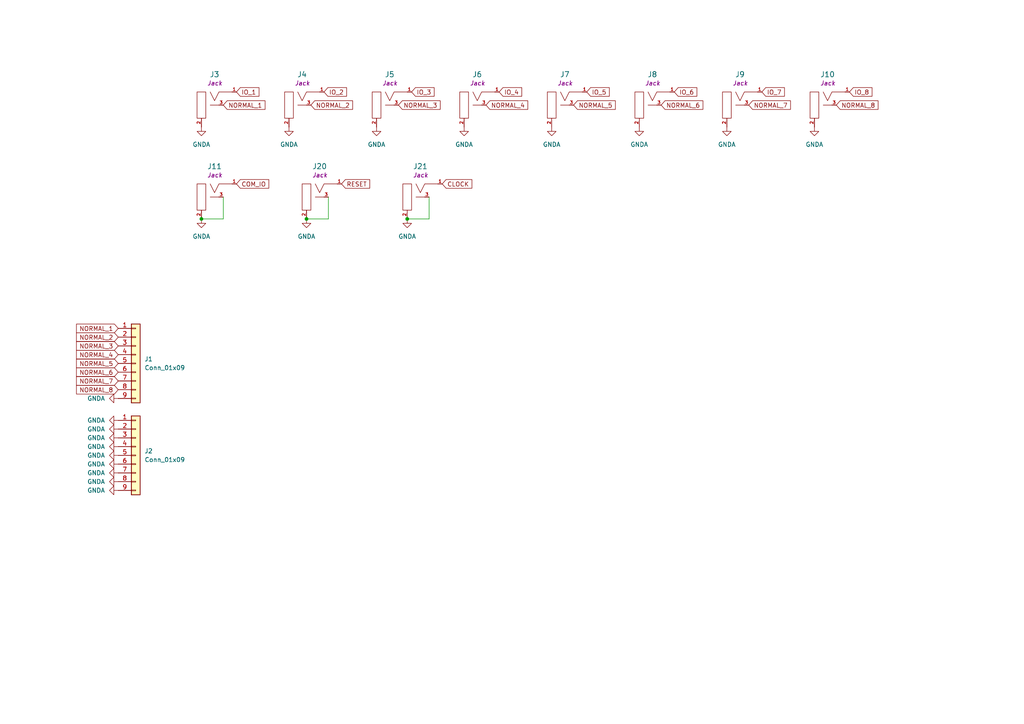
<source format=kicad_sch>
(kicad_sch (version 20231120) (generator "eeschema") (generator_version "8.0")
  (paper "A4")
  (lib_symbols
    (symbol "4ms_Connector:Conn_01x09" (pin_names (offset 1.016) hide)
      (property "Reference" "J" (at 0 12.7 0))
      (property "Value" "Conn_01x09" (at 1.27 -13.97 0))
      (symbol "Conn_01x09_1_1"
        (rectangle (start -1.27 -10.033) (end 0 -10.287) (stroke (width 0.1524)))
        (rectangle (start -1.27 -7.493) (end 0 -7.747) (stroke (width 0.1524)))
        (rectangle (start -1.27 -4.953) (end 0 -5.207) (stroke (width 0.1524)))
        (rectangle (start -1.27 -2.413) (end 0 -2.667) (stroke (width 0.1524)))
        (rectangle (start -1.27 0.127) (end 0 -0.127) (stroke (width 0.1524)))
        (rectangle (start -1.27 2.667) (end 0 2.413) (stroke (width 0.1524)))
        (rectangle (start -1.27 5.207) (end 0 4.953) (stroke (width 0.1524)))
        (rectangle (start -1.27 7.747) (end 0 7.493) (stroke (width 0.1524)))
        (rectangle (start -1.27 10.287) (end 0 10.033) (stroke (width 0.1524)))
        (rectangle (start -1.27 11.43) (end 1.27 -11.43) (stroke (width 0.254)) (fill (type background)))
        (pin passive line (at -5.08 10.16 0) (length 3.81) (name "Pin_1") (number "1"))
        (pin passive line (at -5.08 7.62 0) (length 3.81) (name "Pin_2") (number "2"))
        (pin passive line (at -5.08 5.08 0) (length 3.81) (name "Pin_3") (number "3"))
        (pin passive line (at -5.08 2.54 0) (length 3.81) (name "Pin_4") (number "4"))
        (pin passive line (at -5.08 0 0) (length 3.81) (name "Pin_5") (number "5"))
        (pin passive line (at -5.08 -2.54 0) (length 3.81) (name "Pin_6") (number "6"))
        (pin passive line (at -5.08 -5.08 0) (length 3.81) (name "Pin_7") (number "7"))
        (pin passive line (at -5.08 -7.62 0) (length 3.81) (name "Pin_8") (number "8"))
        (pin passive line (at -5.08 -10.16 0) (length 3.81) (name "Pin_9") (number "9"))
      )
    )
    (symbol "4ms_Jack:3.5mm_Mono_Switched_sm" (pin_names (offset 0) hide)
      (property "Reference" "J" (at -5.334 9.144 0))
      (property "Display" "Jack" (at -4.064 6.858 0))
      (symbol "3.5mm_Mono_Switched_sm_0_0"
        (rectangle (start -6.35 5.08) (end -3.81 -2.54))
        (polyline (pts (xy -2.54 1.27) (xy 0 1.27)))
        (polyline (pts (xy -2.54 5.08) (xy -1.27 2.54) (xy 0 5.08) (xy 3.81 5.08)))
      )
      (symbol "3.5mm_Mono_Switched_sm_1_1"
        (pin passive line (at 5.08 5.08 180) (length 1.27) (name "SIG") (number "1"))
        (pin passive line (at -5.08 -5.08 90) (length 2.54) (name "SHEILD") (number "2"))
        (pin passive line (at 1.27 1.27 180) (length 1.27) (name "SW") (number "3"))
      )
    )
    (symbol "4ms_Power-symbol:GNDA" (power) (pin_numbers hide) (pin_names (offset 0) hide)
      (property "Value" "GNDA" (at 0 -3.81 0))
      (symbol "GNDA_0_1"
        (polyline (pts (xy 0 0) (xy 0 -1.27) (xy 1.27 -1.27) (xy 0 -2.54) (xy -1.27 -1.27) (xy 0 -1.27)))
      )
      (symbol "GNDA_1_1"
        (pin power_in line (at 0 0 270) (length 0) hide (name "GNDA") (number "1"))
      )
    )
  )
  (junction (at 118.11 63.5))
  (junction (at 58.42 63.5))
  (junction (at 88.9 63.5))
  (wire (pts (xy 58.42 63.5) (xy 64.77 63.5)))
  (wire (pts (xy 95.25 57.15) (xy 95.25 63.5)))
  (wire (pts (xy 124.46 57.15) (xy 124.46 63.5)))
  (wire (pts (xy 88.9 63.5) (xy 95.25 63.5)))
  (wire (pts (xy 118.11 63.5) (xy 124.46 63.5)))
  (wire (pts (xy 64.77 57.15) (xy 64.77 63.5)))
  (global_label "IO_6" (shape input) (at 195.58 26.67 0) (property "Intersheetrefs" "${INTERSHEET_REFS}" (effects (hide yes))))
  (global_label "IO_3" (shape input) (at 119.38 26.67 0) (property "Intersheetrefs" "${INTERSHEET_REFS}" (effects (hide yes))))
  (global_label "IO_8" (shape input) (at 246.38 26.67 0) (property "Intersheetrefs" "${INTERSHEET_REFS}" (effects (hide yes))))
  (global_label "NORMAL_2" (shape input) (at 34.29 97.79 180) (property "Intersheetrefs" "${INTERSHEET_REFS}" (effects (hide yes))))
  (global_label "NORMAL_5" (shape input) (at 166.37 30.48 0) (property "Intersheetrefs" "${INTERSHEET_REFS}" (effects (hide yes))))
  (global_label "IO_5" (shape input) (at 170.18 26.67 0) (property "Intersheetrefs" "${INTERSHEET_REFS}" (effects (hide yes))))
  (global_label "NORMAL_3" (shape input) (at 34.29 100.33 180) (property "Intersheetrefs" "${INTERSHEET_REFS}" (effects (hide yes))))
  (global_label "NORMAL_6" (shape input) (at 34.29 107.95 180) (property "Intersheetrefs" "${INTERSHEET_REFS}" (effects (hide yes))))
  (global_label "NORMAL_8" (shape input) (at 242.57 30.48 0) (property "Intersheetrefs" "${INTERSHEET_REFS}" (effects (hide yes))))
  (global_label "NORMAL_1" (shape input) (at 64.77 30.48 0) (property "Intersheetrefs" "${INTERSHEET_REFS}" (effects (hide yes))))
  (global_label "IO_2" (shape input) (at 93.98 26.67 0) (property "Intersheetrefs" "${INTERSHEET_REFS}" (effects (hide yes))))
  (global_label "IO_7" (shape input) (at 220.98 26.67 0) (property "Intersheetrefs" "${INTERSHEET_REFS}" (effects (hide yes))))
  (global_label "NORMAL_7" (shape input) (at 217.17 30.48 0) (property "Intersheetrefs" "${INTERSHEET_REFS}" (effects (hide yes))))
  (global_label "NORMAL_4" (shape input) (at 34.29 102.87 180) (property "Intersheetrefs" "${INTERSHEET_REFS}" (effects (hide yes))))
  (global_label "NORMAL_8" (shape input) (at 34.29 113.03 180) (property "Intersheetrefs" "${INTERSHEET_REFS}" (effects (hide yes))))
  (global_label "NORMAL_3" (shape input) (at 115.57 30.48 0) (property "Intersheetrefs" "${INTERSHEET_REFS}" (effects (hide yes))))
  (global_label "NORMAL_7" (shape input) (at 34.29 110.49 180) (property "Intersheetrefs" "${INTERSHEET_REFS}" (effects (hide yes))))
  (global_label "RESET" (shape input) (at 99.06 53.34 0) (property "Intersheetrefs" "${INTERSHEET_REFS}" (effects (hide yes))))
  (global_label "COM_IO" (shape input) (at 68.58 53.34 0) (property "Intersheetrefs" "${INTERSHEET_REFS}" (effects (hide yes))))
  (global_label "NORMAL_6" (shape input) (at 191.77 30.48 0) (property "Intersheetrefs" "${INTERSHEET_REFS}" (effects (hide yes))))
  (global_label "IO_4" (shape input) (at 144.78 26.67 0) (property "Intersheetrefs" "${INTERSHEET_REFS}" (effects (hide yes))))
  (global_label "IO_1" (shape input) (at 68.58 26.67 0) (property "Intersheetrefs" "${INTERSHEET_REFS}" (effects (hide yes))))
  (global_label "NORMAL_2" (shape input) (at 90.17 30.48 0) (property "Intersheetrefs" "${INTERSHEET_REFS}" (effects (hide yes))))
  (global_label "NORMAL_1" (shape input) (at 34.29 95.25 180) (property "Intersheetrefs" "${INTERSHEET_REFS}" (effects (hide yes))))
  (global_label "NORMAL_4" (shape input) (at 140.97 30.48 0) (property "Intersheetrefs" "${INTERSHEET_REFS}" (effects (hide yes))))
  (global_label "CLOCK" (shape input) (at 128.27 53.34 0) (property "Intersheetrefs" "${INTERSHEET_REFS}" (effects (hide yes))))
  (global_label "NORMAL_5" (shape input) (at 34.29 105.41 180) (property "Intersheetrefs" "${INTERSHEET_REFS}" (effects (hide yes))))
  (symbol (lib_id "4ms_Power-symbol:GNDA") (at 34.29 142.24 270) (unit 1)
    (property "Reference" "#PWR011" (effects (hide yes)))
    (property "Value" "GNDA" (at 30.48 142.2399 90) (effects (justify right)))
    (property "Description" "(analog) ground power-flag symbol" (effects (hide yes)))
  )
  (symbol (lib_id "4ms_Jack:3.5mm_Mono_Switched_sm") (at 139.7 31.75 0) (unit 1)
    (property "Reference" "J6" (at 138.43 21.59 0) (effects (font (size 1.524 1.524))))
    (property "Value" "3.5mm_Mono_Switched_sm" (effects (hide yes)))
    (property "Footprint" "4ms_Jack:EighthInch_PJ398SM" (effects (hide yes)))
    (property "Description" "Audio 3.5mm Jack, mono, switched, PC-pin Vertical" (effects (hide yes)))
    (property "Specifications" "Audio 3.5mm Jack, mono, switched, PC-pin Vertical" (effects (hide yes)))
    (property "Manufacturer" "Wenzhou QingPu Electronics Co" (effects (hide yes)))
    (property "Part Number" "WQP-WQP518MA" (effects (hide yes)))
    (property "Production Stage" "C" (effects (hide yes)))
    (property "Display" "Jack" (at 138.43 24.13 0) (effects (font (italic yes))))
  )
  (symbol (lib_id "4ms_Jack:3.5mm_Mono_Switched_sm") (at 190.5 31.75 0) (unit 1)
    (property "Reference" "J8" (at 189.23 21.59 0) (effects (font (size 1.524 1.524))))
    (property "Value" "3.5mm_Mono_Switched_sm" (effects (hide yes)))
    (property "Footprint" "4ms_Jack:EighthInch_PJ398SM" (effects (hide yes)))
    (property "Description" "Audio 3.5mm Jack, mono, switched, PC-pin Vertical" (effects (hide yes)))
    (property "Specifications" "Audio 3.5mm Jack, mono, switched, PC-pin Vertical" (effects (hide yes)))
    (property "Manufacturer" "Wenzhou QingPu Electronics Co" (effects (hide yes)))
    (property "Part Number" "WQP-WQP518MA" (effects (hide yes)))
    (property "Production Stage" "C" (effects (hide yes)))
    (property "Display" "Jack" (at 189.23 24.13 0) (effects (font (italic yes))))
  )
  (symbol (lib_id "4ms_Power-symbol:GNDA") (at 88.9 63.5 0) (unit 1)
    (property "Reference" "#PWR058" (effects (hide yes)))
    (property "Value" "GNDA" (at 88.9 68.58 0))
    (property "Description" "(analog) ground power-flag symbol" (effects (hide yes)))
  )
  (symbol (lib_id "4ms_Power-symbol:GNDA") (at 34.29 129.54 270) (unit 1)
    (property "Reference" "#PWR06" (effects (hide yes)))
    (property "Value" "GNDA" (at 30.48 129.5399 90) (effects (justify right)))
    (property "Description" "(analog) ground power-flag symbol" (effects (hide yes)))
  )
  (symbol (lib_id "4ms_Power-symbol:GNDA") (at 34.29 137.16 270) (unit 1)
    (property "Reference" "#PWR09" (effects (hide yes)))
    (property "Value" "GNDA" (at 30.48 137.1599 90) (effects (justify right)))
    (property "Description" "(analog) ground power-flag symbol" (effects (hide yes)))
  )
  (symbol (lib_id "4ms_Power-symbol:GNDA") (at 58.42 36.83 0) (unit 1)
    (property "Reference" "#PWR012" (effects (hide yes)))
    (property "Value" "GNDA" (at 58.42 41.91 0))
    (property "Description" "(analog) ground power-flag symbol" (effects (hide yes)))
  )
  (symbol (lib_id "4ms_Power-symbol:GNDA") (at 185.42 36.83 0) (unit 1)
    (property "Reference" "#PWR017" (effects (hide yes)))
    (property "Value" "GNDA" (at 185.42 41.91 0))
    (property "Description" "(analog) ground power-flag symbol" (effects (hide yes)))
  )
  (symbol (lib_id "4ms_Power-symbol:GNDA") (at 34.29 134.62 270) (unit 1)
    (property "Reference" "#PWR08" (effects (hide yes)))
    (property "Value" "GNDA" (at 30.48 134.6199 90) (effects (justify right)))
    (property "Description" "(analog) ground power-flag symbol" (effects (hide yes)))
  )
  (symbol (lib_id "4ms_Power-symbol:GNDA") (at 34.29 139.7 270) (unit 1)
    (property "Reference" "#PWR010" (effects (hide yes)))
    (property "Value" "GNDA" (at 30.48 139.6999 90) (effects (justify right)))
    (property "Description" "(analog) ground power-flag symbol" (effects (hide yes)))
  )
  (symbol (lib_id "4ms_Power-symbol:GNDA") (at 160.02 36.83 0) (unit 1)
    (property "Reference" "#PWR016" (effects (hide yes)))
    (property "Value" "GNDA" (at 160.02 41.91 0))
    (property "Description" "(analog) ground power-flag symbol" (effects (hide yes)))
  )
  (symbol (lib_id "4ms_Power-symbol:GNDA") (at 134.62 36.83 0) (unit 1)
    (property "Reference" "#PWR015" (effects (hide yes)))
    (property "Value" "GNDA" (at 134.62 41.91 0))
    (property "Description" "(analog) ground power-flag symbol" (effects (hide yes)))
  )
  (symbol (lib_id "4ms_Connector:Conn_01x09") (at 39.37 132.08 0) (unit 1)
    (property "Reference" "J2" (at 41.91 130.8099 0) (effects (justify left)))
    (property "Value" "Conn_01x09" (at 41.91 133.3499 0) (effects (justify left)))
    (property "Footprint" "4ms_Connector:Pins_1x09_2.54mm_TH" (effects (hide yes)))
    (property "Description" "HEADER 1x9 MALE PINS 0.100” 180deg" (effects (hide yes)))
    (property "Specifications" "HEADER 1x6 MALE PINS 0.100” 180deg" (effects (hide yes)))
    (property "Manufacturer" "TAD" (effects (hide yes)))
    (property "Part Number" "1-0901FBV0T" (effects (hide yes)))
    (property "Production Stage" "B" (effects (hide yes)))
  )
  (symbol (lib_id "4ms_Power-symbol:GNDA") (at 83.82 36.83 0) (unit 1)
    (property "Reference" "#PWR013" (effects (hide yes)))
    (property "Value" "GNDA" (at 83.82 41.91 0))
    (property "Description" "(analog) ground power-flag symbol" (effects (hide yes)))
  )
  (symbol (lib_id "4ms_Jack:3.5mm_Mono_Switched_sm") (at 93.98 58.42 0) (unit 1)
    (property "Reference" "J20" (at 92.71 48.26 0) (effects (font (size 1.524 1.524))))
    (property "Value" "3.5mm_Mono_Switched_sm" (effects (hide yes)))
    (property "Footprint" "4ms_Jack:EighthInch_PJ398SM" (effects (hide yes)))
    (property "Description" "Audio 3.5mm Jack, mono, switched, PC-pin Vertical" (effects (hide yes)))
    (property "Specifications" "Audio 3.5mm Jack, mono, switched, PC-pin Vertical" (effects (hide yes)))
    (property "Manufacturer" "Wenzhou QingPu Electronics Co" (effects (hide yes)))
    (property "Part Number" "WQP-WQP518MA" (effects (hide yes)))
    (property "Production Stage" "C" (effects (hide yes)))
    (property "Display" "Jack" (at 92.71 50.8 0) (effects (font (italic yes))))
  )
  (symbol (lib_id "4ms_Power-symbol:GNDA") (at 34.29 115.57 270) (unit 1)
    (property "Reference" "#PWR02" (effects (hide yes)))
    (property "Value" "GNDA" (at 30.48 115.5699 90) (effects (justify right)))
    (property "Description" "(analog) ground power-flag symbol" (effects (hide yes)))
  )
  (symbol (lib_id "4ms_Jack:3.5mm_Mono_Switched_sm") (at 165.1 31.75 0) (unit 1)
    (property "Reference" "J7" (at 163.83 21.59 0) (effects (font (size 1.524 1.524))))
    (property "Value" "3.5mm_Mono_Switched_sm" (effects (hide yes)))
    (property "Footprint" "4ms_Jack:EighthInch_PJ398SM" (effects (hide yes)))
    (property "Description" "Audio 3.5mm Jack, mono, switched, PC-pin Vertical" (effects (hide yes)))
    (property "Specifications" "Audio 3.5mm Jack, mono, switched, PC-pin Vertical" (effects (hide yes)))
    (property "Manufacturer" "Wenzhou QingPu Electronics Co" (effects (hide yes)))
    (property "Part Number" "WQP-WQP518MA" (effects (hide yes)))
    (property "Production Stage" "C" (effects (hide yes)))
    (property "Display" "Jack" (at 163.83 24.13 0) (effects (font (italic yes))))
  )
  (symbol (lib_id "4ms_Power-symbol:GNDA") (at 34.29 127 270) (unit 1)
    (property "Reference" "#PWR05" (effects (hide yes)))
    (property "Value" "GNDA" (at 30.48 126.9999 90) (effects (justify right)))
    (property "Description" "(analog) ground power-flag symbol" (effects (hide yes)))
  )
  (symbol (lib_id "4ms_Power-symbol:GNDA") (at 118.11 63.5 0) (unit 1)
    (property "Reference" "#PWR059" (effects (hide yes)))
    (property "Value" "GNDA" (at 118.11 68.58 0))
    (property "Description" "(analog) ground power-flag symbol" (effects (hide yes)))
  )
  (symbol (lib_id "4ms_Jack:3.5mm_Mono_Switched_sm") (at 123.19 58.42 0) (unit 1)
    (property "Reference" "J21" (at 121.92 48.26 0) (effects (font (size 1.524 1.524))))
    (property "Value" "3.5mm_Mono_Switched_sm" (effects (hide yes)))
    (property "Footprint" "4ms_Jack:EighthInch_PJ398SM" (effects (hide yes)))
    (property "Description" "Audio 3.5mm Jack, mono, switched, PC-pin Vertical" (effects (hide yes)))
    (property "Specifications" "Audio 3.5mm Jack, mono, switched, PC-pin Vertical" (effects (hide yes)))
    (property "Manufacturer" "Wenzhou QingPu Electronics Co" (effects (hide yes)))
    (property "Part Number" "WQP-WQP518MA" (effects (hide yes)))
    (property "Production Stage" "C" (effects (hide yes)))
    (property "Display" "Jack" (at 121.92 50.8 0) (effects (font (italic yes))))
  )
  (symbol (lib_id "4ms_Power-symbol:GNDA") (at 210.82 36.83 0) (unit 1)
    (property "Reference" "#PWR018" (effects (hide yes)))
    (property "Value" "GNDA" (at 210.82 41.91 0))
    (property "Description" "(analog) ground power-flag symbol" (effects (hide yes)))
  )
  (symbol (lib_id "4ms_Connector:Conn_01x09") (at 39.37 105.41 0) (unit 1)
    (property "Reference" "J1" (at 41.91 104.1399 0) (effects (justify left)))
    (property "Value" "Conn_01x09" (at 41.91 106.6799 0) (effects (justify left)))
    (property "Footprint" "4ms_Connector:Pins_1x09_2.54mm_TH" (effects (hide yes)))
    (property "Description" "HEADER 1x9 MALE PINS 0.100” 180deg" (effects (hide yes)))
    (property "Specifications" "HEADER 1x6 MALE PINS 0.100” 180deg" (effects (hide yes)))
    (property "Manufacturer" "TAD" (effects (hide yes)))
    (property "Part Number" "1-0901FBV0T" (effects (hide yes)))
    (property "Production Stage" "B" (effects (hide yes)))
  )
  (symbol (lib_id "4ms_Power-symbol:GNDA") (at 109.22 36.83 0) (unit 1)
    (property "Reference" "#PWR014" (effects (hide yes)))
    (property "Value" "GNDA" (at 109.22 41.91 0))
    (property "Description" "(analog) ground power-flag symbol" (effects (hide yes)))
  )
  (symbol (lib_id "4ms_Jack:3.5mm_Mono_Switched_sm") (at 88.9 31.75 0) (unit 1)
    (property "Reference" "J4" (at 87.63 21.59 0) (effects (font (size 1.524 1.524))))
    (property "Value" "3.5mm_Mono_Switched_sm" (effects (hide yes)))
    (property "Footprint" "4ms_Jack:EighthInch_PJ398SM" (effects (hide yes)))
    (property "Description" "Audio 3.5mm Jack, mono, switched, PC-pin Vertical" (effects (hide yes)))
    (property "Specifications" "Audio 3.5mm Jack, mono, switched, PC-pin Vertical" (effects (hide yes)))
    (property "Manufacturer" "Wenzhou QingPu Electronics Co" (effects (hide yes)))
    (property "Part Number" "WQP-WQP518MA" (effects (hide yes)))
    (property "Production Stage" "C" (effects (hide yes)))
    (property "Display" "Jack" (at 87.63 24.13 0) (effects (font (italic yes))))
  )
  (symbol (lib_id "4ms_Power-symbol:GNDA") (at 34.29 132.08 270) (unit 1)
    (property "Reference" "#PWR07" (effects (hide yes)))
    (property "Value" "GNDA" (at 30.48 132.0799 90) (effects (justify right)))
    (property "Description" "(analog) ground power-flag symbol" (effects (hide yes)))
  )
  (symbol (lib_id "4ms_Power-symbol:GNDA") (at 34.29 124.46 270) (unit 1)
    (property "Reference" "#PWR04" (effects (hide yes)))
    (property "Value" "GNDA" (at 30.48 124.4599 90) (effects (justify right)))
    (property "Description" "(analog) ground power-flag symbol" (effects (hide yes)))
  )
  (symbol (lib_id "4ms_Jack:3.5mm_Mono_Switched_sm") (at 215.9 31.75 0) (unit 1)
    (property "Reference" "J9" (at 214.63 21.59 0) (effects (font (size 1.524 1.524))))
    (property "Value" "3.5mm_Mono_Switched_sm" (effects (hide yes)))
    (property "Footprint" "4ms_Jack:EighthInch_PJ398SM" (effects (hide yes)))
    (property "Description" "Audio 3.5mm Jack, mono, switched, PC-pin Vertical" (effects (hide yes)))
    (property "Specifications" "Audio 3.5mm Jack, mono, switched, PC-pin Vertical" (effects (hide yes)))
    (property "Manufacturer" "Wenzhou QingPu Electronics Co" (effects (hide yes)))
    (property "Part Number" "WQP-WQP518MA" (effects (hide yes)))
    (property "Production Stage" "C" (effects (hide yes)))
    (property "Display" "Jack" (at 214.63 24.13 0) (effects (font (italic yes))))
  )
  (symbol (lib_id "4ms_Jack:3.5mm_Mono_Switched_sm") (at 63.5 31.75 0) (unit 1)
    (property "Reference" "J3" (at 62.23 21.59 0) (effects (font (size 1.524 1.524))))
    (property "Value" "3.5mm_Mono_Switched_sm" (effects (hide yes)))
    (property "Footprint" "4ms_Jack:EighthInch_PJ398SM" (effects (hide yes)))
    (property "Description" "Audio 3.5mm Jack, mono, switched, PC-pin Vertical" (effects (hide yes)))
    (property "Specifications" "Audio 3.5mm Jack, mono, switched, PC-pin Vertical" (effects (hide yes)))
    (property "Manufacturer" "Wenzhou QingPu Electronics Co" (effects (hide yes)))
    (property "Part Number" "WQP-WQP518MA" (effects (hide yes)))
    (property "Production Stage" "C" (effects (hide yes)))
    (property "Display" "Jack" (at 62.23 24.13 0) (effects (font (italic yes))))
  )
  (symbol (lib_id "4ms_Jack:3.5mm_Mono_Switched_sm") (at 63.5 58.42 0) (unit 1)
    (property "Reference" "J11" (at 62.23 48.26 0) (effects (font (size 1.524 1.524))))
    (property "Value" "3.5mm_Mono_Switched_sm" (effects (hide yes)))
    (property "Footprint" "4ms_Jack:EighthInch_PJ398SM" (effects (hide yes)))
    (property "Description" "Audio 3.5mm Jack, mono, switched, PC-pin Vertical" (effects (hide yes)))
    (property "Specifications" "Audio 3.5mm Jack, mono, switched, PC-pin Vertical" (effects (hide yes)))
    (property "Manufacturer" "Wenzhou QingPu Electronics Co" (effects (hide yes)))
    (property "Part Number" "WQP-WQP518MA" (effects (hide yes)))
    (property "Production Stage" "C" (effects (hide yes)))
    (property "Display" "Jack" (at 62.23 50.8 0) (effects (font (italic yes))))
  )
  (symbol (lib_id "4ms_Jack:3.5mm_Mono_Switched_sm") (at 241.3 31.75 0) (unit 1)
    (property "Reference" "J10" (at 240.03 21.59 0) (effects (font (size 1.524 1.524))))
    (property "Value" "3.5mm_Mono_Switched_sm" (effects (hide yes)))
    (property "Footprint" "4ms_Jack:EighthInch_PJ398SM" (effects (hide yes)))
    (property "Description" "Audio 3.5mm Jack, mono, switched, PC-pin Vertical" (effects (hide yes)))
    (property "Specifications" "Audio 3.5mm Jack, mono, switched, PC-pin Vertical" (effects (hide yes)))
    (property "Manufacturer" "Wenzhou QingPu Electronics Co" (effects (hide yes)))
    (property "Part Number" "WQP-WQP518MA" (effects (hide yes)))
    (property "Production Stage" "C" (effects (hide yes)))
    (property "Display" "Jack" (at 240.03 24.13 0) (effects (font (italic yes))))
  )
  (symbol (lib_id "4ms_Power-symbol:GNDA") (at 34.29 121.92 270) (unit 1)
    (property "Reference" "#PWR03" (effects (hide yes)))
    (property "Value" "GNDA" (at 30.48 121.9199 90) (effects (justify right)))
    (property "Description" "(analog) ground power-flag symbol" (effects (hide yes)))
  )
  (symbol (lib_id "4ms_Jack:3.5mm_Mono_Switched_sm") (at 114.3 31.75 0) (unit 1)
    (property "Reference" "J5" (at 113.03 21.59 0) (effects (font (size 1.524 1.524))))
    (property "Value" "3.5mm_Mono_Switched_sm" (effects (hide yes)))
    (property "Footprint" "4ms_Jack:EighthInch_PJ398SM" (effects (hide yes)))
    (property "Description" "Audio 3.5mm Jack, mono, switched, PC-pin Vertical" (effects (hide yes)))
    (property "Specifications" "Audio 3.5mm Jack, mono, switched, PC-pin Vertical" (effects (hide yes)))
    (property "Manufacturer" "Wenzhou QingPu Electronics Co" (effects (hide yes)))
    (property "Part Number" "WQP-WQP518MA" (effects (hide yes)))
    (property "Production Stage" "C" (effects (hide yes)))
    (property "Display" "Jack" (at 113.03 24.13 0) (effects (font (italic yes))))
  )
  (symbol (lib_id "4ms_Power-symbol:GNDA") (at 236.22 36.83 0) (unit 1)
    (property "Reference" "#PWR019" (effects (hide yes)))
    (property "Value" "GNDA" (at 236.22 41.91 0))
    (property "Description" "(analog) ground power-flag symbol" (effects (hide yes)))
  )
  (symbol (lib_id "4ms_Power-symbol:GNDA") (at 58.42 63.5 0) (unit 1)
    (property "Reference" "#PWR020" (effects (hide yes)))
    (property "Value" "GNDA" (at 58.42 68.58 0))
    (property "Description" "(analog) ground power-flag symbol" (effects (hide yes)))
  )
)
</source>
